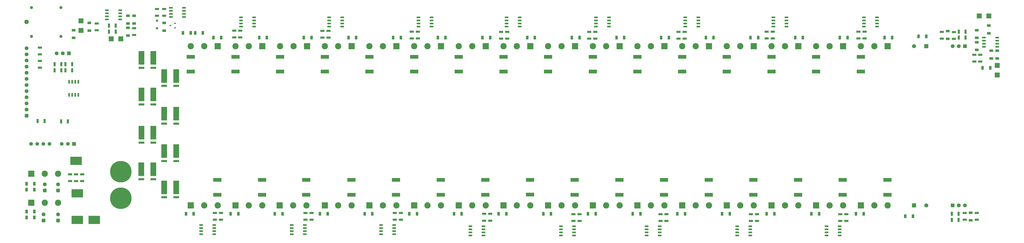
<source format=gbr>
G04*
G04 #@! TF.GenerationSoftware,Altium Limited,Altium Designer,24.1.2 (44)*
G04*
G04 Layer_Color=255*
%FSLAX25Y25*%
%MOIN*%
G70*
G04*
G04 #@! TF.SameCoordinates,29FF4F4E-3C6D-470F-9DA1-2895E510F6E9*
G04*
G04*
G04 #@! TF.FilePolarity,Positive*
G04*
G01*
G75*
%ADD19R,0.09606X0.22047*%
%ADD20R,0.09606X0.03504*%
G04:AMPARAMS|DCode=21|XSize=23.62mil|YSize=57.09mil|CornerRadius=2.01mil|HoleSize=0mil|Usage=FLASHONLY|Rotation=180.000|XOffset=0mil|YOffset=0mil|HoleType=Round|Shape=RoundedRectangle|*
%AMROUNDEDRECTD21*
21,1,0.02362,0.05307,0,0,180.0*
21,1,0.01961,0.05709,0,0,180.0*
1,1,0.00402,-0.00980,0.02653*
1,1,0.00402,0.00980,0.02653*
1,1,0.00402,0.00980,-0.02653*
1,1,0.00402,-0.00980,-0.02653*
%
%ADD21ROUNDEDRECTD21*%
%ADD22R,0.03937X0.05906*%
%ADD23R,0.18504X0.13504*%
%ADD24R,0.03740X0.06693*%
%ADD25R,0.07874X0.07874*%
%ADD26R,0.06693X0.03740*%
%ADD27R,0.13418X0.06121*%
G04:AMPARAMS|DCode=28|XSize=23.62mil|YSize=57.09mil|CornerRadius=2.01mil|HoleSize=0mil|Usage=FLASHONLY|Rotation=90.000|XOffset=0mil|YOffset=0mil|HoleType=Round|Shape=RoundedRectangle|*
%AMROUNDEDRECTD28*
21,1,0.02362,0.05307,0,0,90.0*
21,1,0.01961,0.05709,0,0,90.0*
1,1,0.00402,0.02653,0.00980*
1,1,0.00402,0.02653,-0.00980*
1,1,0.00402,-0.02653,-0.00980*
1,1,0.00402,-0.02653,0.00980*
%
%ADD28ROUNDEDRECTD28*%
%ADD29R,0.05906X0.03937*%
%ADD30R,0.07874X0.07874*%
%ADD31R,0.03740X0.03543*%
%ADD32R,0.02900X0.02200*%
G04:AMPARAMS|DCode=33|XSize=61.02mil|YSize=23.62mil|CornerRadius=2.01mil|HoleSize=0mil|Usage=FLASHONLY|Rotation=180.000|XOffset=0mil|YOffset=0mil|HoleType=Round|Shape=RoundedRectangle|*
%AMROUNDEDRECTD33*
21,1,0.06102,0.01961,0,0,180.0*
21,1,0.05701,0.02362,0,0,180.0*
1,1,0.00402,-0.02850,0.00980*
1,1,0.00402,0.02850,0.00980*
1,1,0.00402,0.02850,-0.00980*
1,1,0.00402,-0.02850,-0.00980*
%
%ADD33ROUNDEDRECTD33*%
%ADD45C,0.10236*%
%ADD46R,0.10236X0.10236*%
%ADD67C,0.06299*%
G04:AMPARAMS|DCode=68|XSize=62.99mil|YSize=62.99mil|CornerRadius=15.75mil|HoleSize=0mil|Usage=FLASHONLY|Rotation=90.000|XOffset=0mil|YOffset=0mil|HoleType=Round|Shape=RoundedRectangle|*
%AMROUNDEDRECTD68*
21,1,0.06299,0.03150,0,0,90.0*
21,1,0.03150,0.06299,0,0,90.0*
1,1,0.03150,0.01575,0.01575*
1,1,0.03150,0.01575,-0.01575*
1,1,0.03150,-0.01575,-0.01575*
1,1,0.03150,-0.01575,0.01575*
%
%ADD68ROUNDEDRECTD68*%
%ADD69C,0.35000*%
%ADD70R,0.06299X0.06299*%
%ADD71R,0.06555X0.06555*%
%ADD72C,0.06555*%
%ADD73C,0.07244*%
%ADD74C,0.05118*%
%ADD75R,0.05906X0.05906*%
%ADD76C,0.05906*%
%ADD77C,0.06299*%
%ADD78R,0.06299X0.06299*%
D19*
X1088425Y411417D02*
D03*
X1068898D02*
D03*
X1088425Y593051D02*
D03*
X1068898D02*
D03*
X1051181Y562992D02*
D03*
X1031653D02*
D03*
X1088425Y531496D02*
D03*
X1068898D02*
D03*
X1051181Y500531D02*
D03*
X1031653D02*
D03*
X1088425Y470472D02*
D03*
X1068898D02*
D03*
X1051024Y440945D02*
D03*
X1031496D02*
D03*
X1051181Y622579D02*
D03*
X1031653D02*
D03*
D20*
X1088425Y395138D02*
D03*
X1068898D02*
D03*
X1088425Y576772D02*
D03*
X1068898D02*
D03*
X1051181Y546713D02*
D03*
X1031653D02*
D03*
X1088425Y515216D02*
D03*
X1068898D02*
D03*
X1051181Y484252D02*
D03*
X1031653D02*
D03*
X1088425Y454193D02*
D03*
X1068898D02*
D03*
X1051024Y424665D02*
D03*
X1031496D02*
D03*
X1051181Y606299D02*
D03*
X1031653D02*
D03*
D21*
X928760Y583563D02*
D03*
X923760D02*
D03*
X918760D02*
D03*
X913760D02*
D03*
X928760Y562106D02*
D03*
X923760D02*
D03*
X918760D02*
D03*
X913760D02*
D03*
D22*
X1131890Y663386D02*
D03*
X1119291D02*
D03*
X1112205D02*
D03*
X1099606D02*
D03*
X2415748Y606299D02*
D03*
X2403150D02*
D03*
X2136614Y368110D02*
D03*
X2124016D02*
D03*
X2209449D02*
D03*
X2196850D02*
D03*
X1626772D02*
D03*
X1614173D02*
D03*
X1553937D02*
D03*
X1541339D02*
D03*
X844488Y362205D02*
D03*
X857087D02*
D03*
X844488Y407480D02*
D03*
X857087D02*
D03*
X844488Y372047D02*
D03*
X857087D02*
D03*
X844488Y417323D02*
D03*
X857087D02*
D03*
X2289764Y364173D02*
D03*
X2277165D02*
D03*
X2311417Y657480D02*
D03*
X2298819D02*
D03*
X1149213Y655512D02*
D03*
X1161811D02*
D03*
X1223622D02*
D03*
X1236220D02*
D03*
X1296457Y655512D02*
D03*
X1309055D02*
D03*
X1369291Y655512D02*
D03*
X1381890D02*
D03*
X1442126D02*
D03*
X1454724D02*
D03*
X1514961D02*
D03*
X1527559D02*
D03*
X1587795D02*
D03*
X1600394D02*
D03*
X1660630D02*
D03*
X1673228D02*
D03*
X1879134D02*
D03*
X1891732D02*
D03*
X1951969D02*
D03*
X1964567D02*
D03*
X1733465D02*
D03*
X1746063D02*
D03*
X1806299D02*
D03*
X1818898D02*
D03*
X2024803D02*
D03*
X2037402D02*
D03*
X2097638D02*
D03*
X2110236D02*
D03*
X2170473D02*
D03*
X2183071D02*
D03*
X2243307D02*
D03*
X2255906D02*
D03*
X1189764Y368110D02*
D03*
X1177165D02*
D03*
X1116929D02*
D03*
X1104331D02*
D03*
X1335433D02*
D03*
X1322835D02*
D03*
X1261811Y368110D02*
D03*
X1249213D02*
D03*
X1481102Y368110D02*
D03*
X1468504D02*
D03*
X1408268D02*
D03*
X1395669D02*
D03*
X1772441D02*
D03*
X1759842D02*
D03*
X1699606D02*
D03*
X1687008D02*
D03*
X1918110D02*
D03*
X1905512D02*
D03*
X1845276D02*
D03*
X1832677D02*
D03*
X2063779D02*
D03*
X2051181D02*
D03*
X1990945D02*
D03*
X1978346D02*
D03*
D23*
X927165Y401575D02*
D03*
X925197Y454724D02*
D03*
X927165Y358268D02*
D03*
X954724D02*
D03*
D24*
X900866Y518819D02*
D03*
X911890D02*
D03*
X873622Y519685D02*
D03*
X862598D02*
D03*
X901181Y612205D02*
D03*
X890158D02*
D03*
X901181Y602362D02*
D03*
X890158D02*
D03*
X907874D02*
D03*
X918898D02*
D03*
X907874Y612205D02*
D03*
X918898D02*
D03*
X2364173Y358268D02*
D03*
X2353150D02*
D03*
X2364173Y368110D02*
D03*
X2353150D02*
D03*
X989764Y675197D02*
D03*
X978740D02*
D03*
X989764Y665354D02*
D03*
X978740D02*
D03*
X2364567D02*
D03*
X2375591D02*
D03*
X2364567Y655512D02*
D03*
X2375591D02*
D03*
D25*
X2413386Y690945D02*
D03*
X2397638D02*
D03*
X998032Y653543D02*
D03*
X982283D02*
D03*
D26*
X2393701Y358661D02*
D03*
Y369685D02*
D03*
X2181102Y356693D02*
D03*
Y367717D02*
D03*
X2171260Y356693D02*
D03*
Y367717D02*
D03*
X935039Y432677D02*
D03*
Y421654D02*
D03*
X925197Y432677D02*
D03*
Y421654D02*
D03*
X915354Y432677D02*
D03*
Y421654D02*
D03*
X1057087Y702362D02*
D03*
Y691339D02*
D03*
X1068898Y702362D02*
D03*
Y691339D02*
D03*
X958661Y678740D02*
D03*
Y667717D02*
D03*
X2374016Y358661D02*
D03*
Y369685D02*
D03*
X2389764Y616535D02*
D03*
Y627559D02*
D03*
X2399606Y616535D02*
D03*
Y627559D02*
D03*
X1019685Y670866D02*
D03*
Y659842D02*
D03*
X2336614Y664961D02*
D03*
Y653937D02*
D03*
X866142Y639370D02*
D03*
Y628346D02*
D03*
Y606693D02*
D03*
Y617717D02*
D03*
X2356299Y664567D02*
D03*
Y653543D02*
D03*
X1192913Y666929D02*
D03*
Y655905D02*
D03*
X1183071Y666929D02*
D03*
Y655905D02*
D03*
X1336614Y666535D02*
D03*
Y655512D02*
D03*
X1326772Y666535D02*
D03*
Y655512D02*
D03*
X1482283Y665354D02*
D03*
Y654331D02*
D03*
X1472441Y665354D02*
D03*
Y654331D02*
D03*
X1618110Y664961D02*
D03*
Y653937D02*
D03*
X1627953Y664961D02*
D03*
Y653937D02*
D03*
X1917323Y664961D02*
D03*
Y653937D02*
D03*
X1907480Y664961D02*
D03*
Y653937D02*
D03*
X1771654Y664961D02*
D03*
Y653937D02*
D03*
X1761811Y664961D02*
D03*
Y653937D02*
D03*
X2061024Y665354D02*
D03*
Y654331D02*
D03*
X2051181Y665354D02*
D03*
Y654331D02*
D03*
X2210630Y665354D02*
D03*
Y654331D02*
D03*
X2200787Y665354D02*
D03*
Y654331D02*
D03*
X1161417Y358661D02*
D03*
Y369685D02*
D03*
X1151575Y358661D02*
D03*
Y369685D02*
D03*
X1299213Y358661D02*
D03*
Y369685D02*
D03*
X1309055Y358661D02*
D03*
Y369685D02*
D03*
X1454724Y358661D02*
D03*
Y369685D02*
D03*
X1444882Y358661D02*
D03*
Y369685D02*
D03*
X1590551Y357087D02*
D03*
Y368110D02*
D03*
X1600394Y357087D02*
D03*
Y368110D02*
D03*
X1736221Y356693D02*
D03*
Y367717D02*
D03*
X1746063Y356693D02*
D03*
Y367717D02*
D03*
X1877953Y356693D02*
D03*
Y367717D02*
D03*
X1887795Y356693D02*
D03*
Y367717D02*
D03*
X2025591Y356693D02*
D03*
Y367717D02*
D03*
X2035433Y356693D02*
D03*
Y367717D02*
D03*
D27*
X2175197Y399406D02*
D03*
Y423428D02*
D03*
X2248031Y399406D02*
D03*
Y423428D02*
D03*
X1665354Y399606D02*
D03*
Y423628D02*
D03*
X1592520Y399406D02*
D03*
Y423428D02*
D03*
X1112205Y624216D02*
D03*
Y600194D02*
D03*
X1185039Y624216D02*
D03*
Y600194D02*
D03*
X1257874Y624216D02*
D03*
Y600194D02*
D03*
X1330709Y624216D02*
D03*
Y600194D02*
D03*
X1403543Y624216D02*
D03*
Y600194D02*
D03*
X1476378Y624216D02*
D03*
Y600194D02*
D03*
X1549213Y624216D02*
D03*
Y600194D02*
D03*
X1622047Y624216D02*
D03*
Y600194D02*
D03*
X1840551Y624216D02*
D03*
Y600194D02*
D03*
X1913386Y624216D02*
D03*
Y600194D02*
D03*
X1694882Y624216D02*
D03*
Y600194D02*
D03*
X1767716Y624216D02*
D03*
Y600194D02*
D03*
X1986221Y624216D02*
D03*
Y600194D02*
D03*
X2059055Y624216D02*
D03*
Y600194D02*
D03*
X2131890Y624216D02*
D03*
Y600194D02*
D03*
X2204724Y624216D02*
D03*
Y600194D02*
D03*
X1228347Y399406D02*
D03*
Y423428D02*
D03*
X1155512Y399406D02*
D03*
Y423428D02*
D03*
X1374016Y399406D02*
D03*
Y423428D02*
D03*
X1300394Y399406D02*
D03*
Y423428D02*
D03*
X1519685Y399406D02*
D03*
Y423428D02*
D03*
X1446850Y399406D02*
D03*
Y423428D02*
D03*
X1811024Y399406D02*
D03*
Y423428D02*
D03*
X1738189Y399406D02*
D03*
Y423428D02*
D03*
X1956693Y399406D02*
D03*
Y423428D02*
D03*
X1883858Y399406D02*
D03*
Y423428D02*
D03*
X2102362Y399406D02*
D03*
Y423428D02*
D03*
X2029527Y399406D02*
D03*
Y423428D02*
D03*
D28*
X2170177Y333051D02*
D03*
Y338051D02*
D03*
Y343051D02*
D03*
Y348051D02*
D03*
X2148721Y333051D02*
D03*
Y338051D02*
D03*
Y343051D02*
D03*
Y348051D02*
D03*
X2405512Y655669D02*
D03*
Y650669D02*
D03*
Y645669D02*
D03*
Y640669D02*
D03*
X2426969Y655669D02*
D03*
Y650669D02*
D03*
Y645669D02*
D03*
Y640669D02*
D03*
X975492Y700413D02*
D03*
Y695413D02*
D03*
Y690413D02*
D03*
Y685413D02*
D03*
X996949Y700413D02*
D03*
Y695413D02*
D03*
Y690413D02*
D03*
Y685413D02*
D03*
X1193996Y688602D02*
D03*
Y683602D02*
D03*
Y678602D02*
D03*
Y673602D02*
D03*
X1215453Y688602D02*
D03*
Y683602D02*
D03*
Y678602D02*
D03*
Y673602D02*
D03*
X1337697Y688602D02*
D03*
Y683602D02*
D03*
Y678602D02*
D03*
Y673602D02*
D03*
X1359153Y688602D02*
D03*
Y683602D02*
D03*
Y678602D02*
D03*
Y673602D02*
D03*
X1483366Y688602D02*
D03*
Y683602D02*
D03*
Y678602D02*
D03*
Y673602D02*
D03*
X1504823Y688602D02*
D03*
Y683602D02*
D03*
Y678602D02*
D03*
Y673602D02*
D03*
X1627067Y688602D02*
D03*
Y683602D02*
D03*
Y678602D02*
D03*
Y673602D02*
D03*
X1648524Y688602D02*
D03*
Y683602D02*
D03*
Y678602D02*
D03*
Y673602D02*
D03*
X1918406Y688602D02*
D03*
Y683602D02*
D03*
Y678602D02*
D03*
Y673602D02*
D03*
X1939862Y688602D02*
D03*
Y683602D02*
D03*
Y678602D02*
D03*
Y673602D02*
D03*
X1772736Y688602D02*
D03*
Y683602D02*
D03*
Y678602D02*
D03*
Y673602D02*
D03*
X1794193Y688602D02*
D03*
Y683602D02*
D03*
Y678602D02*
D03*
Y673602D02*
D03*
X2062106Y688602D02*
D03*
Y683602D02*
D03*
Y678602D02*
D03*
Y673602D02*
D03*
X2083563Y688602D02*
D03*
Y683602D02*
D03*
Y678602D02*
D03*
Y673602D02*
D03*
X2209744Y688602D02*
D03*
Y683602D02*
D03*
Y678602D02*
D03*
Y673602D02*
D03*
X2231201Y688602D02*
D03*
Y683602D02*
D03*
Y678602D02*
D03*
Y673602D02*
D03*
X1150492Y335020D02*
D03*
Y340020D02*
D03*
Y345020D02*
D03*
Y350020D02*
D03*
X1129035Y335020D02*
D03*
Y340020D02*
D03*
Y345020D02*
D03*
Y350020D02*
D03*
X1298130Y335020D02*
D03*
Y340020D02*
D03*
Y345020D02*
D03*
Y350020D02*
D03*
X1276673Y335020D02*
D03*
Y340020D02*
D03*
Y345020D02*
D03*
Y350020D02*
D03*
X1443799Y335020D02*
D03*
Y340020D02*
D03*
Y345020D02*
D03*
Y350020D02*
D03*
X1422342Y335020D02*
D03*
Y340020D02*
D03*
Y345020D02*
D03*
Y350020D02*
D03*
X1589468Y333051D02*
D03*
Y338051D02*
D03*
Y343051D02*
D03*
Y348051D02*
D03*
X1568012Y333051D02*
D03*
Y338051D02*
D03*
Y343051D02*
D03*
Y348051D02*
D03*
X1737106Y333051D02*
D03*
Y338051D02*
D03*
Y343051D02*
D03*
Y348051D02*
D03*
X1715650Y333051D02*
D03*
Y338051D02*
D03*
Y343051D02*
D03*
Y348051D02*
D03*
X1876870Y333051D02*
D03*
Y338051D02*
D03*
Y343051D02*
D03*
Y348051D02*
D03*
X1855413Y333051D02*
D03*
Y338051D02*
D03*
Y343051D02*
D03*
Y348051D02*
D03*
X2024508Y333051D02*
D03*
Y338051D02*
D03*
Y343051D02*
D03*
Y348051D02*
D03*
X2003051Y333051D02*
D03*
Y338051D02*
D03*
Y343051D02*
D03*
Y348051D02*
D03*
D29*
X921260Y655118D02*
D03*
Y667717D02*
D03*
X946850Y666929D02*
D03*
Y679528D02*
D03*
X1068898Y666929D02*
D03*
Y679528D02*
D03*
X2383858Y357480D02*
D03*
Y370079D02*
D03*
X2427165Y621654D02*
D03*
Y634252D02*
D03*
X2417323D02*
D03*
Y621654D02*
D03*
X1009842Y659055D02*
D03*
Y671654D02*
D03*
Y678740D02*
D03*
Y691339D02*
D03*
X1019685D02*
D03*
Y678740D02*
D03*
X2346457Y666142D02*
D03*
Y653543D02*
D03*
X2413386Y675197D02*
D03*
Y662598D02*
D03*
X2393701Y635433D02*
D03*
Y648032D02*
D03*
Y655118D02*
D03*
Y667717D02*
D03*
D30*
X933071Y667323D02*
D03*
Y683071D02*
D03*
X2427165Y610236D02*
D03*
Y594488D02*
D03*
D31*
X1057087Y670965D02*
D03*
X1057087Y683366D02*
D03*
D32*
X1078777Y675197D02*
D03*
X1086577Y678947D02*
D03*
Y671447D02*
D03*
D33*
X1079921Y689350D02*
D03*
Y694350D02*
D03*
Y699350D02*
D03*
Y704350D02*
D03*
X1101181D02*
D03*
Y699350D02*
D03*
Y694350D02*
D03*
Y689350D02*
D03*
D45*
X2175669Y381890D02*
D03*
X2153779D02*
D03*
X2248504D02*
D03*
X2226614D02*
D03*
X1665827D02*
D03*
X1643937D02*
D03*
X1592992D02*
D03*
X1571102D02*
D03*
X2059055Y641732D02*
D03*
X2080945D02*
D03*
X2204724D02*
D03*
X2226614D02*
D03*
X2030000Y381890D02*
D03*
X2008110D02*
D03*
X2102835D02*
D03*
X2080945D02*
D03*
X1884331D02*
D03*
X1862441D02*
D03*
X1957165D02*
D03*
X1935276D02*
D03*
X1738661D02*
D03*
X1716772D02*
D03*
X1811496D02*
D03*
X1789606D02*
D03*
X1447323D02*
D03*
X1425433D02*
D03*
X1520158D02*
D03*
X1498268D02*
D03*
X1300866Y381890D02*
D03*
X1278976D02*
D03*
X1374488Y381890D02*
D03*
X1352598D02*
D03*
X1155984D02*
D03*
X1134095D02*
D03*
X1228819D02*
D03*
X1206929D02*
D03*
X2131890Y641732D02*
D03*
X2153779D02*
D03*
X1986221D02*
D03*
X2008110D02*
D03*
X1767716D02*
D03*
X1789606D02*
D03*
X1694882D02*
D03*
X1716772D02*
D03*
X1913386D02*
D03*
X1935276D02*
D03*
X1840551D02*
D03*
X1862441D02*
D03*
X1622047D02*
D03*
X1643937D02*
D03*
X1549213D02*
D03*
X1571102D02*
D03*
X1476378D02*
D03*
X1498268D02*
D03*
X1403543D02*
D03*
X1425433D02*
D03*
X895905Y433642D02*
D03*
X874016D02*
D03*
X895905Y386398D02*
D03*
X874016D02*
D03*
X1330709Y641732D02*
D03*
X1352598D02*
D03*
X1257874Y641732D02*
D03*
X1279764D02*
D03*
X1185039Y641732D02*
D03*
X1206929D02*
D03*
X1112205D02*
D03*
X1134095D02*
D03*
D46*
X2131890Y381890D02*
D03*
X2204724D02*
D03*
X1622047D02*
D03*
X1549213D02*
D03*
X2102835Y641732D02*
D03*
X2248504D02*
D03*
X1986221Y381890D02*
D03*
X2059055D02*
D03*
X1840551D02*
D03*
X1913386D02*
D03*
X1694882D02*
D03*
X1767716D02*
D03*
X1403543D02*
D03*
X1476378D02*
D03*
X1257087Y381890D02*
D03*
X1330709Y381890D02*
D03*
X1112205D02*
D03*
X1185039D02*
D03*
X2175669Y641732D02*
D03*
X2030000D02*
D03*
X1811496D02*
D03*
X1738661D02*
D03*
X1957165D02*
D03*
X1884331D02*
D03*
X1665827D02*
D03*
X1592992D02*
D03*
X1520158D02*
D03*
X1447323D02*
D03*
X852126Y433642D02*
D03*
Y386398D02*
D03*
X1374488Y641732D02*
D03*
X1301653Y641732D02*
D03*
X1228819Y641732D02*
D03*
X1155984D02*
D03*
D67*
X895669Y416417D02*
D03*
Y367205D02*
D03*
X844488Y638110D02*
D03*
Y628110D02*
D03*
Y618110D02*
D03*
Y598110D02*
D03*
Y588110D02*
D03*
Y568110D02*
D03*
Y548110D02*
D03*
Y538110D02*
D03*
Y558110D02*
D03*
Y578110D02*
D03*
Y608110D02*
D03*
X874016Y416417D02*
D03*
X872047Y367205D02*
D03*
X893543Y629921D02*
D03*
X903543D02*
D03*
D68*
X895669Y406417D02*
D03*
Y357205D02*
D03*
X844488Y528110D02*
D03*
X874016Y406417D02*
D03*
X872047Y357205D02*
D03*
D69*
X998032Y437008D02*
D03*
Y393701D02*
D03*
D70*
X913543Y629921D02*
D03*
D71*
X2291339Y381890D02*
D03*
X2311339Y641732D02*
D03*
D72*
Y381890D02*
D03*
X2291339Y641732D02*
D03*
D73*
X844488Y681102D02*
D03*
D74*
X852362Y704724D02*
D03*
Y657480D02*
D03*
X900394Y704724D02*
D03*
Y657480D02*
D03*
D75*
X921890Y482283D02*
D03*
D76*
X911890D02*
D03*
X901890D02*
D03*
X881890D02*
D03*
X871890D02*
D03*
X861890D02*
D03*
X851890D02*
D03*
D77*
X2374331Y381890D02*
D03*
X2364331D02*
D03*
X2354331Y641732D02*
D03*
X2364331D02*
D03*
D78*
X2354331Y381890D02*
D03*
X2374331Y641732D02*
D03*
M02*

</source>
